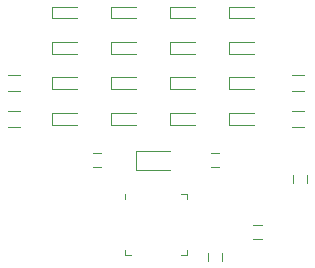
<source format=gbo>
G04 #@! TF.GenerationSoftware,KiCad,Pcbnew,5.1.6*
G04 #@! TF.CreationDate,2020-08-10T20:47:03+02:00*
G04 #@! TF.ProjectId,Watch,57617463-682e-46b6-9963-61645f706362,rev?*
G04 #@! TF.SameCoordinates,Original*
G04 #@! TF.FileFunction,Legend,Bot*
G04 #@! TF.FilePolarity,Positive*
%FSLAX46Y46*%
G04 Gerber Fmt 4.6, Leading zero omitted, Abs format (unit mm)*
G04 Created by KiCad (PCBNEW 5.1.6) date 2020-08-10 20:47:03*
%MOMM*%
%LPD*%
G01*
G04 APERTURE LIST*
%ADD10C,0.120000*%
G04 APERTURE END LIST*
D10*
X145761000Y-109693000D02*
X146461000Y-109693000D01*
X146461000Y-108493000D02*
X145761000Y-108493000D01*
X141894000Y-110836000D02*
X141894000Y-111536000D01*
X143094000Y-111536000D02*
X143094000Y-110836000D01*
X149133000Y-104237000D02*
X149133000Y-104937000D01*
X150333000Y-104937000D02*
X150333000Y-104237000D01*
X142850000Y-102400000D02*
X142150000Y-102400000D01*
X142150000Y-103600000D02*
X142850000Y-103600000D01*
X132150000Y-103600000D02*
X132850000Y-103600000D01*
X132850000Y-102400000D02*
X132150000Y-102400000D01*
X143700000Y-91000000D02*
X145800000Y-91000000D01*
X143700000Y-90000000D02*
X145800000Y-90000000D01*
X143700000Y-91000000D02*
X143700000Y-90000000D01*
X143700000Y-94000000D02*
X145800000Y-94000000D01*
X143700000Y-93000000D02*
X145800000Y-93000000D01*
X143700000Y-94000000D02*
X143700000Y-93000000D01*
X143700000Y-97000000D02*
X145800000Y-97000000D01*
X143700000Y-96000000D02*
X145800000Y-96000000D01*
X143700000Y-97000000D02*
X143700000Y-96000000D01*
X143700000Y-100000000D02*
X145800000Y-100000000D01*
X143700000Y-99000000D02*
X145800000Y-99000000D01*
X143700000Y-100000000D02*
X143700000Y-99000000D01*
X138700000Y-91000000D02*
X140800000Y-91000000D01*
X138700000Y-90000000D02*
X140800000Y-90000000D01*
X138700000Y-91000000D02*
X138700000Y-90000000D01*
X138700000Y-94000000D02*
X140800000Y-94000000D01*
X138700000Y-93000000D02*
X140800000Y-93000000D01*
X138700000Y-94000000D02*
X138700000Y-93000000D01*
X138700000Y-97000000D02*
X140800000Y-97000000D01*
X138700000Y-96000000D02*
X140800000Y-96000000D01*
X138700000Y-97000000D02*
X138700000Y-96000000D01*
X138700000Y-100000000D02*
X140800000Y-100000000D01*
X138700000Y-99000000D02*
X140800000Y-99000000D01*
X138700000Y-100000000D02*
X138700000Y-99000000D01*
X133700000Y-91000000D02*
X135800000Y-91000000D01*
X133700000Y-90000000D02*
X135800000Y-90000000D01*
X133700000Y-91000000D02*
X133700000Y-90000000D01*
X133700000Y-94000000D02*
X135800000Y-94000000D01*
X133700000Y-93000000D02*
X135800000Y-93000000D01*
X133700000Y-94000000D02*
X133700000Y-93000000D01*
X133700000Y-97000000D02*
X135800000Y-97000000D01*
X133700000Y-96000000D02*
X135800000Y-96000000D01*
X133700000Y-97000000D02*
X133700000Y-96000000D01*
X133700000Y-100000000D02*
X135800000Y-100000000D01*
X133700000Y-99000000D02*
X135800000Y-99000000D01*
X133700000Y-100000000D02*
X133700000Y-99000000D01*
X128700000Y-91000000D02*
X130800000Y-91000000D01*
X128700000Y-90000000D02*
X130800000Y-90000000D01*
X128700000Y-91000000D02*
X128700000Y-90000000D01*
X128700000Y-94000000D02*
X130800000Y-94000000D01*
X128700000Y-93000000D02*
X130800000Y-93000000D01*
X128700000Y-94000000D02*
X128700000Y-93000000D01*
X128700000Y-97000000D02*
X130800000Y-97000000D01*
X128700000Y-96000000D02*
X130800000Y-96000000D01*
X128700000Y-97000000D02*
X128700000Y-96000000D01*
X128700000Y-100000000D02*
X130800000Y-100000000D01*
X128700000Y-99000000D02*
X130800000Y-99000000D01*
X128700000Y-100000000D02*
X128700000Y-99000000D01*
X126000000Y-95820000D02*
X125000000Y-95820000D01*
X125000000Y-97180000D02*
X126000000Y-97180000D01*
X126000000Y-98820000D02*
X125000000Y-98820000D01*
X125000000Y-100180000D02*
X126000000Y-100180000D01*
X149000000Y-97180000D02*
X150000000Y-97180000D01*
X150000000Y-95820000D02*
X149000000Y-95820000D01*
X149000000Y-100180000D02*
X150000000Y-100180000D01*
X150000000Y-98820000D02*
X149000000Y-98820000D01*
X135850000Y-102200000D02*
X138700000Y-102200000D01*
X135850000Y-103800000D02*
X135850000Y-102200000D01*
X138700000Y-103800000D02*
X135850000Y-103800000D01*
X134890000Y-106323000D02*
X134890000Y-105848000D01*
X140110000Y-111068000D02*
X139635000Y-111068000D01*
X140110000Y-110593000D02*
X140110000Y-111068000D01*
X140110000Y-105848000D02*
X139635000Y-105848000D01*
X140110000Y-106323000D02*
X140110000Y-105848000D01*
X134890000Y-111068000D02*
X135365000Y-111068000D01*
X134890000Y-110593000D02*
X134890000Y-111068000D01*
M02*

</source>
